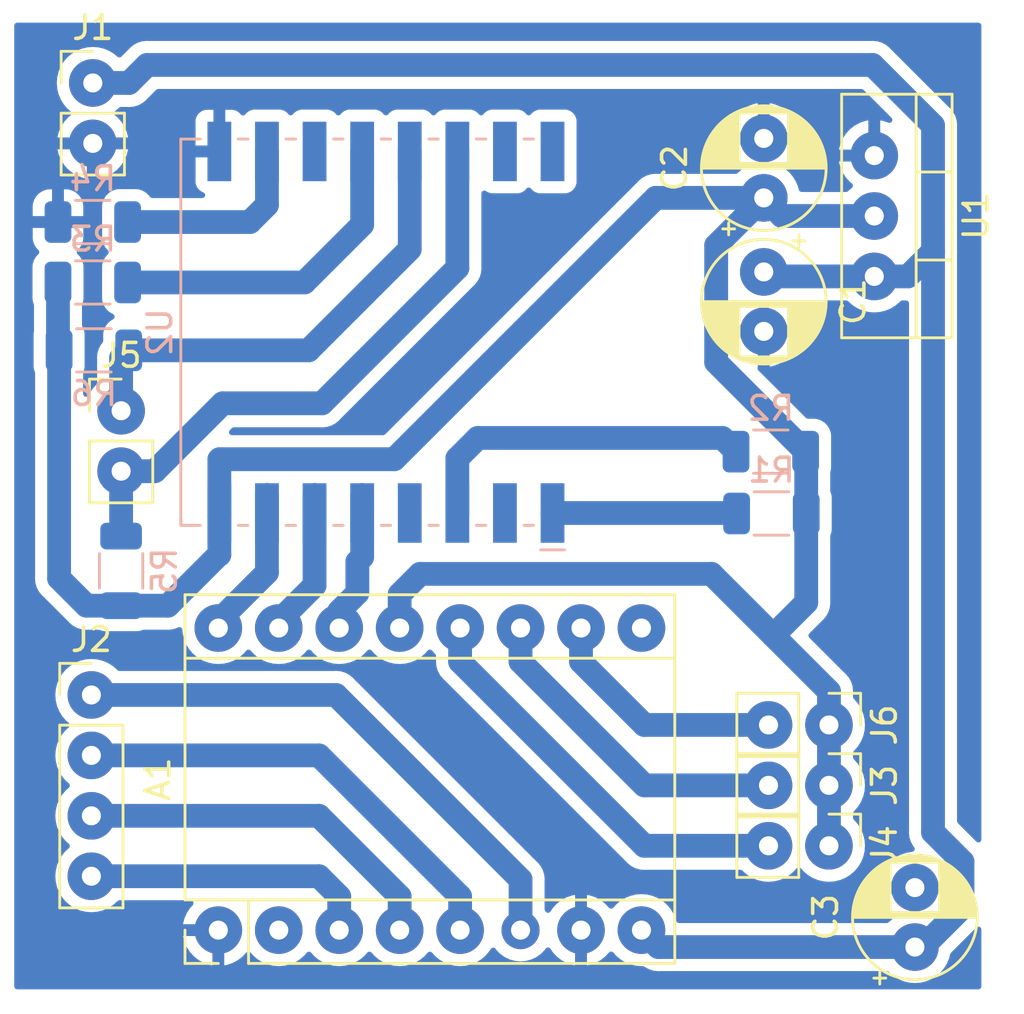
<source format=kicad_pcb>
(kicad_pcb (version 20221018) (generator pcbnew)
  (layers (0 "F.Cu" signal) (31 "B.Cu" signal) (34 "B.Paste" user) (35 "F.Paste" user) (36 "B.SilkS" user "B.Silkscreen") (37 "F.SilkS" user "F.Silkscreen") (38 "B.Mask" user) (39 "F.Mask" user) (44 "Edge.Cuts" user))
  (net 0 "")
  (net 2 "12V")
  (net 7 "/GP0")
  (net 8 "/GP15")
  (net 9 "/RST")
  (net 10 "/EN")
  (net 13 "GND")
  (net 14 "3V")
  (net 15 "A2")
  (net 16 "A1")
  (net 17 "B1")
  (net 18 "B2")
  (net 19 "SLEEP")
  (net 20 "STEP")
  (net 21 "DIR")
  (net 22 "M0")
  (net 23 "M1")
  (net 24 "M2")
  (net 25 "BTN_DOWN")
  (net 26 "BTN_UP")
  (footprint "Connector_PinHeader_2.54mm:PinHeader_1x02_P2.54mm_Vertical" (layer "F.Cu") (at 5.08 16.764)
    (fp_text reference "J5" (at 0 -2.33) (layer "F.SilkS"))
    (fp_text value "CONTROL SW")
    (pad "1" thru_hole oval (at 0 0) (size 2 2) (drill 0.8) (layers "*.Cu" "*.Mask") (net 25 "BTN_DOWN"))
    (pad "2" thru_hole oval (at 0 2.54) (size 2 2) (drill 0.8) (layers "*.Cu" "*.Mask") (net 26 "BTN_UP"))
  )
  (footprint "Connector_PinHeader_2.54mm:PinHeader_1x02_P2.54mm_Vertical" (layer "F.Cu") (at 34.823 35.052 -90)
    (fp_text reference "J4" (at 0 -2.33 90) (layer "F.SilkS"))
    (fp_text value "M2 JMP")
    (pad "1" thru_hole oval (at 0 0 270) (size 2 2) (drill 0.8) (layers "*.Cu" "*.Mask") (net 14 "3V"))
    (pad "2" thru_hole oval (at 0 2.54 270) (size 2 2) (drill 0.8) (layers "*.Cu" "*.Mask") (net 24 "M2"))
  )
  (footprint "Connector_PinHeader_2.54mm:PinHeader_1x04_P2.54mm_Vertical" (layer "F.Cu") (at 3.83 28.712)
    (fp_text reference "J2" (at 0 -2.33) (layer "F.SilkS"))
    (fp_text value "Motor Out")
    (pad "1" thru_hole oval (at 0 0) (size 2 2) (drill 0.8) (layers "*.Cu" "*.Mask") (net 18 "B2"))
    (pad "2" thru_hole oval (at 0 2.54) (size 2 2) (drill 0.8) (layers "*.Cu" "*.Mask") (net 17 "B1"))
    (pad "3" thru_hole oval (at 0 5.08) (size 2 2) (drill 0.8) (layers "*.Cu" "*.Mask") (net 16 "A1"))
    (pad "4" thru_hole oval (at 0 7.62) (size 2 2) (drill 0.8) (layers "*.Cu" "*.Mask") (net 15 "A2"))
  )
  (footprint "Module:Pololu_Breakout-16_15.2x20.3mm" (layer "F.Cu") (at 9.164 38.598 90)
    (fp_text reference "A1" (at 6.35 -2.54 90) (layer "F.SilkS"))
    (fp_text value "Pololu_Breakout_DRV8825")
    (pad "1" thru_hole oval (at 0 0 90) (size 2 2) (drill 0.8) (layers "*.Cu" "*.Mask") (net 13 "GND"))
    (pad "2" thru_hole oval (at 0 2.54 90) (size 2 2) (drill 0.8) (layers "*.Cu" "*.Mask"))
    (pad "3" thru_hole oval (at 0 5.08 90) (size 2 2) (drill 0.8) (layers "*.Cu" "*.Mask") (net 15 "A2"))
    (pad "4" thru_hole oval (at 0 7.62 90) (size 2 2) (drill 0.8) (layers "*.Cu" "*.Mask") (net 16 "A1"))
    (pad "5" thru_hole oval (at 0 10.16 90) (size 2 2) (drill 0.8) (layers "*.Cu" "*.Mask") (net 17 "B1"))
    (pad "6" thru_hole oval (at 0 12.7 90) (size 1.6 1.6) (drill 0.8) (layers "*.Cu" "*.Mask") (net 18 "B2"))
    (pad "7" thru_hole oval (at 0 15.24 90) (size 2 2) (drill 0.8) (layers "*.Cu" "*.Mask") (net 13 "GND"))
    (pad "8" thru_hole oval (at 0 17.78 90) (size 2 2) (drill 0.8) (layers "*.Cu" "*.Mask") (net 2 "12V"))
    (pad "9" thru_hole oval (at 12.7 17.78 90) (size 2 2) (drill 0.8) (layers "*.Cu" "*.Mask"))
    (pad "10" thru_hole oval (at 12.7 15.24 90) (size 2 2) (drill 0.8) (layers "*.Cu" "*.Mask") (net 22 "M0"))
    (pad "11" thru_hole oval (at 12.7 12.7 90) (size 2 2) (drill 0.8) (layers "*.Cu" "*.Mask") (net 23 "M1"))
    (pad "12" thru_hole oval (at 12.7 10.16 90) (size 2 2) (drill 0.8) (layers "*.Cu" "*.Mask") (net 24 "M2"))
    (pad "13" thru_hole oval (at 12.7 7.62 90) (size 2 2) (drill 0.8) (layers "*.Cu" "*.Mask") (net 14 "3V"))
    (pad "14" thru_hole oval (at 12.7 5.08 90) (size 2 2) (drill 0.8) (layers "*.Cu" "*.Mask") (net 19 "SLEEP"))
    (pad "15" thru_hole oval (at 12.7 2.54 90) (size 2 2) (drill 0.8) (layers "*.Cu" "*.Mask") (net 20 "STEP"))
    (pad "16" thru_hole oval (at 12.7 0 90) (size 2 2) (drill 0.8) (layers "*.Cu" "*.Mask") (net 21 "DIR"))
  )
  (footprint "Capacitor_THT:CP_Radial_D5.0mm_P2.50mm" (layer "F.Cu") (at 38.433894 39.310107 90)
    (fp_text reference "C3" (at 1.25 -3.75 90) (layer "F.SilkS"))
    (fp_text value "10uF")
    (pad "1" thru_hole oval (at 0 0 90) (size 2 2) (drill 0.8) (layers "*.Cu" "*.Mask") (net 2 "12V"))
    (pad "2" thru_hole oval (at 2.5 0 90) (size 2 2) (drill 0.8) (layers "*.Cu" "*.Mask") (net 13 "GND"))
  )
  (footprint "Package_TO_SOT_THT:TO-220-3_Vertical" (layer "F.Cu") (at 36.726894 6.036107 -90)
    (fp_text reference "U1" (at 2.54 -4.27 90) (layer "F.SilkS"))
    (fp_text value "LM1117-3.3")
    (pad "1" thru_hole oval (at 0 0 270) (size 2 2) (drill 0.8) (layers "*.Cu" "*.Mask") (net 13 "GND"))
    (pad "2" thru_hole oval (at 2.54 0 270) (size 2 2) (drill 0.8) (layers "*.Cu" "*.Mask") (net 14 "3V"))
    (pad "3" thru_hole oval (at 5.08 0 270) (size 2 2) (drill 0.8) (layers "*.Cu" "*.Mask") (net 2 "12V"))
  )
  (footprint "Connector_PinHeader_2.54mm:PinHeader_1x02_P2.54mm_Vertical" (layer "F.Cu") (at 34.823 32.512 -90)
    (fp_text reference "J3" (at 0 -2.33 90) (layer "F.SilkS"))
    (fp_text value "M1 JMP")
    (pad "1" thru_hole oval (at 0 0 270) (size 2 2) (drill 0.8) (layers "*.Cu" "*.Mask") (net 14 "3V"))
    (pad "2" thru_hole oval (at 0 2.54 270) (size 2 2) (drill 0.8) (layers "*.Cu" "*.Mask") (net 23 "M1"))
  )
  (footprint "Connector_PinHeader_2.54mm:PinHeader_1x02_P2.54mm_Vertical" (layer "F.Cu") (at 34.823 29.972 -90)
    (fp_text reference "J6" (at 0 -2.33 90) (layer "F.SilkS"))
    (fp_text value "M0 JMP")
    (pad "1" thru_hole oval (at 0 0 270) (size 2 2) (drill 0.8) (layers "*.Cu" "*.Mask") (net 14 "3V"))
    (pad "2" thru_hole oval (at 0 2.54 270) (size 2 2) (drill 0.8) (layers "*.Cu" "*.Mask") (net 22 "M0"))
  )
  (footprint "Capacitor_THT:CP_Radial_D5.0mm_P2.50mm" (layer "F.Cu") (at 32.083894 7.814107 90)
    (fp_text reference "C2" (at 1.25 -3.75 90) (layer "F.SilkS"))
    (fp_text value "10uF")
    (pad "1" thru_hole oval (at 0 0 90) (size 2 2) (drill 0.8) (layers "*.Cu" "*.Mask") (net 14 "3V"))
    (pad "2" thru_hole oval (at 2.5 0 90) (size 2 2) (drill 0.8) (layers "*.Cu" "*.Mask") (net 13 "GND"))
  )
  (footprint "Connector_PinHeader_2.54mm:PinHeader_1x02_P2.54mm_Vertical" (layer "F.Cu") (at 3.889894 2.983107)
    (fp_text reference "J1" (at 0 -2.33) (layer "F.SilkS"))
    (fp_text value "POWER IN")
    (pad "1" thru_hole oval (at 0 0) (size 2 2) (drill 0.8) (layers "*.Cu" "*.Mask") (net 2 "12V"))
    (pad "2" thru_hole oval (at 0 2.54) (size 2 2) (drill 0.8) (layers "*.Cu" "*.Mask") (net 13 "GND"))
  )
  (footprint "Capacitor_THT:CP_Radial_D5.0mm_P2.50mm" (layer "F.Cu") (at 32.083894 10.926995 -90)
    (fp_text reference "C1" (at 1.25 -3.75 -90) (layer "F.SilkS"))
    (fp_text value "100nF")
    (pad "1" thru_hole oval (at 0 0 270) (size 2 2) (drill 0.8) (layers "*.Cu" "*.Mask") (net 2 "12V"))
    (pad "2" thru_hole oval (at 2.5 0 270) (size 2 2) (drill 0.8) (layers "*.Cu" "*.Mask") (net 13 "GND"))
  )
  (footprint "RF_Module:ESP-07" (layer "B.Cu") (at 18.308 13.462 90)
    (fp_text reference "U2" (at 0 -11.6 90) (layer "B.SilkS") (effects (justify mirror)))
    (fp_text value "ESP-12E")
    (pad "1" smd rect (at -7.6 4.9 90) (size 2.5 1) (layers "B.Cu" "B.Paste" "B.Mask") (net 9 "/RST"))
    (pad "2" smd rect (at -7.6 2.9 90) (size 2.5 1) (layers "B.Cu" "B.Paste" "B.Mask"))
    (pad "3" smd rect (at -7.6 0.9 90) (size 2.5 1) (layers "B.Cu" "B.Paste" "B.Mask") (net 10 "/EN"))
    (pad "4" smd rect (at -7.6 -1.1 90) (size 2.5 1) (layers "B.Cu" "B.Paste" "B.Mask"))
    (pad "5" smd rect (at -7.6 -3.1 90) (size 2.5 1) (layers "B.Cu" "B.Paste" "B.Mask") (net 19 "SLEEP"))
    (pad "6" smd rect (at -7.6 -5.1 90) (size 2.5 1) (layers "B.Cu" "B.Paste" "B.Mask") (net 20 "STEP"))
    (pad "7" smd rect (at -7.6 -7.1 90) (size 2.5 1) (layers "B.Cu" "B.Paste" "B.Mask") (net 21 "DIR"))
    (pad "8" smd rect (at -7.6 -9.1 90) (size 2.5 1) (layers "B.Cu" "B.Paste" "B.Mask") (net 14 "3V"))
    (pad "9" smd rect (at 7.6 -9.1 90) (size 2.5 1) (layers "B.Cu" "B.Paste" "B.Mask") (net 13 "GND"))
    (pad "10" smd rect (at 7.6 -7.1 90) (size 2.5 1) (layers "B.Cu" "B.Paste" "B.Mask") (net 8 "/GP15"))
    (pad "11" smd rect (at 7.6 -5.1 90) (size 2.5 1) (layers "B.Cu" "B.Paste" "B.Mask"))
    (pad "12" smd rect (at 7.6 -3.1 90) (size 2.5 1) (layers "B.Cu" "B.Paste" "B.Mask") (net 7 "/GP0"))
    (pad "13" smd rect (at 7.6 -1.1 90) (size 2.5 1) (layers "B.Cu" "B.Paste" "B.Mask") (net 25 "BTN_DOWN"))
    (pad "14" smd rect (at 7.6 0.9 90) (size 2.5 1) (layers "B.Cu" "B.Paste" "B.Mask") (net 26 "BTN_UP"))
    (pad "15" smd rect (at 7.6 2.9 90) (size 2.5 1) (layers "B.Cu" "B.Paste" "B.Mask"))
    (pad "16" smd rect (at 7.6 4.9 90) (size 2.5 1) (layers "B.Cu" "B.Paste" "B.Mask"))
  )
  (footprint "Resistor_SMD:R_1206_3216Metric" (layer "B.Cu") (at 32.38 18.482107 180)
    (fp_text reference "R2" (at 0 1.82) (layer "B.SilkS") (effects (justify mirror)))
    (fp_text value "10K")
    (pad "1" smd roundrect (at -1.4625 0 180) (size 1.125 1.75) (layers "B.Cu" "B.Paste" "B.Mask") (roundrect_rratio 0.2222222222) (net 14 "3V"))
    (pad "2" smd roundrect (at 1.4625 0 180) (size 1.125 1.75) (layers "B.Cu" "B.Paste" "B.Mask") (roundrect_rratio 0.2222222222) (net 10 "/EN"))
  )
  (footprint "Resistor_SMD:R_1206_3216Metric" (layer "B.Cu") (at 3.889894 11.370107 180)
    (fp_text reference "R3" (at 0 1.82) (layer "B.SilkS") (effects (justify mirror)))
    (fp_text value "10K")
    (pad "1" smd roundrect (at -1.4625 0 180) (size 1.125 1.75) (layers "B.Cu" "B.Paste" "B.Mask") (roundrect_rratio 0.2222222222) (net 7 "/GP0"))
    (pad "2" smd roundrect (at 1.4625 0 180) (size 1.125 1.75) (layers "B.Cu" "B.Paste" "B.Mask") (roundrect_rratio 0.2222222222) (net 14 "3V"))
  )
  (footprint "Resistor_SMD:R_1206_3216Metric" (layer "B.Cu") (at 3.889894 8.830107 180)
    (fp_text reference "R4" (at 0 1.82) (layer "B.SilkS") (effects (justify mirror)))
    (fp_text value "10K")
    (pad "1" smd roundrect (at -1.4625 0 180) (size 1.125 1.75) (layers "B.Cu" "B.Paste" "B.Mask") (roundrect_rratio 0.2222222222) (net 8 "/GP15"))
    (pad "2" smd roundrect (at 1.4625 0 180) (size 1.125 1.75) (layers "B.Cu" "B.Paste" "B.Mask") (roundrect_rratio 0.2222222222) (net 13 "GND"))
  )
  (footprint "Resistor_SMD:R_1206_3216Metric" (layer "B.Cu") (at 32.405 21.082 180)
    (fp_text reference "R1" (at 0 1.82) (layer "B.SilkS") (effects (justify mirror)))
    (fp_text value "10K")
    (pad "1" smd roundrect (at -1.4625 0 180) (size 1.125 1.75) (layers "B.Cu" "B.Paste" "B.Mask") (roundrect_rratio 0.2222222222) (net 14 "3V"))
    (pad "2" smd roundrect (at 1.4625 0 180) (size 1.125 1.75) (layers "B.Cu" "B.Paste" "B.Mask") (roundrect_rratio 0.2222222222) (net 9 "/RST"))
  )
  (footprint "Resistor_SMD:R_1206_3216Metric" (layer "B.Cu") (at 3.937 14.224)
    (fp_text reference "R6" (at 0 1.82) (layer "B.SilkS") (effects (justify mirror)))
    (fp_text value "10K")
    (pad "1" smd roundrect (at -1.4625 0) (size 1.125 1.75) (layers "B.Cu" "B.Paste" "B.Mask") (roundrect_rratio 0.2222222222) (net 14 "3V"))
    (pad "2" smd roundrect (at 1.4625 0) (size 1.125 1.75) (layers "B.Cu" "B.Paste" "B.Mask") (roundrect_rratio 0.2222222222) (net 25 "BTN_DOWN"))
  )
  (footprint "Resistor_SMD:R_1206_3216Metric" (layer "B.Cu") (at 5.08 23.495 90)
    (fp_text reference "R5" (at 0 1.82 90) (layer "B.SilkS") (effects (justify mirror)))
    (fp_text value "10K")
    (pad "1" smd roundrect (at -1.4625 0 90) (size 1.125 1.75) (layers "B.Cu" "B.Paste" "B.Mask") (roundrect_rratio 0.2222222222) (net 14 "3V"))
    (pad "2" smd roundrect (at 1.4625 0 90) (size 1.125 1.75) (layers "B.Cu" "B.Paste" "B.Mask") (roundrect_rratio 0.2222222222) (net 26 "BTN_UP"))
  )
  (segment (start 6.170894 2.226107) (end 36.655894 2.226107) (width 1) (layer "B.Cu") (net 2))
  (segment (start 40.433894 37.638535) (end 38.762322 39.310107) (width 1) (layer "B.Cu") (net 2))
  (segment (start 39.195894 4.766107) (end 39.195894 10.06132) (width 1) (layer "B.Cu") (net 2))
  (segment (start 5.413894 2.983107) (end 6.170894 2.226107) (width 1) (layer "B.Cu") (net 2))
  (segment (start 39.195894 34.484107) (end 40.433894 35.722107) (width 1) (layer "B.Cu") (net 2))
  (segment (start 36.655894 2.226107) (end 39.195894 4.766107) (width 1) (layer "B.Cu") (net 2))
  (segment (start 36.726894 11.116107) (end 32.273006 11.116107) (width 1) (layer "B.Cu") (net 2))
  (segment (start 38.141107 11.116107) (end 36.726894 11.116107) (width 1) (layer "B.Cu") (net 2))
  (segment (start 39.195894 10.06132) (end 39.195894 34.484107) (width 1) (layer "B.Cu") (net 2))
  (segment (start 3.889894 2.983107) (end 5.413894 2.983107) (width 1) (layer "B.Cu") (net 2))
  (segment (start 39.195894 10.06132) (end 38.141107 11.116107) (width 1) (layer "B.Cu") (net 2))
  (segment (start 40.433894 35.722107) (end 40.433894 37.638535) (width 1) (layer "B.Cu") (net 2))
  (segment (start 38.762322 39.310107) (end 38.433894 39.310107) (width 1) (layer "B.Cu") (net 2))
  (segment (start 26.944 38.598) (end 27.656107 39.310107) (width 1) (layer "B.Cu") (net 2))
  (segment (start 27.656107 39.310107) (end 38.433894 39.310107) (width 1) (layer "B.Cu") (net 2))
  (segment (start 32.273006 11.116107) (end 32.083894 10.926995) (width 1) (layer "B.Cu") (net 2))
  (segment (start 12.779894 11.370107) (end 15.208 8.942001) (width 1) (layer "B.Cu") (net 7))
  (segment (start 5.352394 11.370107) (end 12.779894 11.370107) (width 1) (layer "B.Cu") (net 7))
  (segment (start 15.208 8.942001) (end 15.208 5.862) (width 1) (layer "B.Cu") (net 7))
  (segment (start 11.208 8.112) (end 11.208 5.862) (width 1) (layer "B.Cu") (net 8))
  (segment (start 5.352394 8.830107) (end 10.489893 8.830107) (width 1) (layer "B.Cu") (net 8))
  (segment (start 10.489893 8.830107) (end 11.208 8.112) (width 1) (layer "B.Cu") (net 8))
  (segment (start 30.9225 21.062) (end 30.9425 21.082) (width 1) (layer "B.Cu") (net 9))
  (segment (start 23.208 21.062) (end 30.9225 21.062) (width 1) (layer "B.Cu") (net 9))
  (segment (start 19.208 21.062) (end 19.208 18.765) (width 1) (layer "B.Cu") (net 10))
  (segment (start 19.208 18.765) (end 20.066 17.907) (width 1) (layer "B.Cu") (net 10))
  (segment (start 30.342393 17.907) (end 30.9175 18.482107) (width 1) (layer "B.Cu") (net 10))
  (segment (start 20.066 17.907) (end 30.342393 17.907) (width 1) (layer "B.Cu") (net 10))
  (segment (start 2.427394 14.176894) (end 2.4745 14.224) (width 1) (layer "B.Cu") (net 14))
  (segment (start 33.8675 21.082) (end 33.8675 18.507107) (width 1) (layer "B.Cu") (net 14))
  (segment (start 9.187999 22.816001) (end 7.0465 24.9575) (width 1) (layer "B.Cu") (net 14))
  (segment (start 34.823 28.557787) (end 34.823 29.972) (width 1) (layer "B.Cu") (net 14))
  (segment (start 30.083894 9.814107) (end 32.083894 7.814107) (width 1) (layer "B.Cu") (net 14))
  (segment (start 2.4745 23.8105) (end 3.6215 24.9575) (width 1) (layer "B.Cu") (net 14))
  (segment (start 2.427394 11.370107) (end 2.427394 14.176894) (width 1) (layer "B.Cu") (net 14))
  (segment (start 33.8425 18.482107) (end 30.083894 14.723501) (width 1) (layer "B.Cu") (net 14))
  (segment (start 32.479606 26.214394) (end 34.823 28.557787) (width 1) (layer "B.Cu") (net 14))
  (segment (start 30.083894 14.723501) (end 30.083894 9.814107) (width 1) (layer "B.Cu") (net 14))
  (segment (start 9.22 18.8) (end 16.558001 18.8) (width 1) (layer "B.Cu") (net 14))
  (segment (start 9.208 21.062) (end 9.208 18.812) (width 1) (layer "B.Cu") (net 14))
  (segment (start 33.8675 18.507107) (end 33.8425 18.482107) (width 1) (layer "B.Cu") (net 14))
  (segment (start 3.6215 24.9575) (end 5.08 24.9575) (width 1) (layer "B.Cu") (net 14))
  (segment (start 9.208 22.816001) (end 9.187999 22.816001) (width 1) (layer "B.Cu") (net 14))
  (segment (start 32.845894 8.576107) (end 36.726894 8.576107) (width 1) (layer "B.Cu") (net 14))
  (segment (start 16.784 25.898) (end 16.784 24.483787) (width 1) (layer "B.Cu") (net 14))
  (segment (start 16.558001 18.8) (end 27.543894 7.814107) (width 1) (layer "B.Cu") (net 14))
  (segment (start 32.083894 7.814107) (end 32.845894 8.576107) (width 1) (layer "B.Cu") (net 14))
  (segment (start 33.8675 21.082) (end 33.8675 24.8265) (width 1) (layer "B.Cu") (net 14))
  (segment (start 34.823 32.512) (end 34.823 35.052) (width 1) (layer "B.Cu") (net 14))
  (segment (start 2.4745 14.224) (end 2.4745 23.8105) (width 1) (layer "B.Cu") (net 14))
  (segment (start 33.8675 24.8265) (end 32.479606 26.214394) (width 1) (layer "B.Cu") (net 14))
  (segment (start 7.0465 24.9575) (end 5.08 24.9575) (width 1) (layer "B.Cu") (net 14))
  (segment (start 34.823 29.972) (end 34.823 32.512) (width 1) (layer "B.Cu") (net 14))
  (segment (start 27.543894 7.814107) (end 32.083894 7.814107) (width 1) (layer "B.Cu") (net 14))
  (segment (start 33.8425 21.057) (end 33.8675 21.082) (width 1) (layer "B.Cu") (net 14))
  (segment (start 17.645787 23.622) (end 29.887213 23.622) (width 1) (layer "B.Cu") (net 14))
  (segment (start 16.784 24.483787) (end 17.645787 23.622) (width 1) (layer "B.Cu") (net 14))
  (segment (start 9.208 18.812) (end 9.22 18.8) (width 1) (layer "B.Cu") (net 14))
  (segment (start 29.887213 23.622) (end 32.479606 26.214394) (width 1) (layer "B.Cu") (net 14))
  (segment (start 9.208 21.062) (end 9.208 22.816001) (width 1) (layer "B.Cu") (net 14))
  (segment (start 3.83 36.332) (end 13.392213 36.332) (width 1) (layer "B.Cu") (net 15))
  (segment (start 14.244 37.183787) (end 14.244 38.598) (width 1) (layer "B.Cu") (net 15))
  (segment (start 13.392213 36.332) (end 14.244 37.183787) (width 1) (layer "B.Cu") (net 15))
  (segment (start 13.392213 33.792) (end 16.784 37.183787) (width 1) (layer "B.Cu") (net 16))
  (segment (start 3.83 33.792) (end 13.392213 33.792) (width 1) (layer "B.Cu") (net 16))
  (segment (start 16.784 37.183787) (end 16.784 38.598) (width 1) (layer "B.Cu") (net 16))
  (segment (start 3.83 31.252) (end 13.392213 31.252) (width 1) (layer "B.Cu") (net 17))
  (segment (start 13.392213 31.252) (end 19.324 37.183787) (width 1) (layer "B.Cu") (net 17))
  (segment (start 19.324 37.183787) (end 19.324 38.598) (width 1) (layer "B.Cu") (net 17))
  (segment (start 14.107 28.712) (end 21.864 36.469) (width 1) (layer "B.Cu") (net 18))
  (segment (start 3.83 28.712) (end 14.107 28.712) (width 1) (layer "B.Cu") (net 18))
  (segment (start 21.864 36.469) (end 21.864 38.598) (width 1) (layer "B.Cu") (net 18))
  (segment (start 15.208 20.3) (end 15.208 22.912) (width 1) (layer "B.Cu") (net 19))
  (segment (start 15.006 23.114) (end 15.006 24.428892) (width 1) (layer "B.Cu") (net 19))
  (segment (start 15.208 22.912) (end 15.006 23.114) (width 1) (layer "B.Cu") (net 19))
  (segment (start 14.244 25.190892) (end 14.244 25.898) (width 1) (layer "B.Cu") (net 19))
  (segment (start 15.006 24.428892) (end 14.244 25.190892) (width 1) (layer "B.Cu") (net 19))
  (segment (start 11.704 25.609572) (end 11.704 25.898) (width 1) (layer "B.Cu") (net 20))
  (segment (start 13.208 24.105572) (end 11.704 25.609572) (width 1) (layer "B.Cu") (net 20))
  (segment (start 13.208 20.3) (end 13.208 24.105572) (width 1) (layer "B.Cu") (net 20))
  (segment (start 11.208 23.565572) (end 9.164 25.609572) (width 1) (layer "B.Cu") (net 21))
  (segment (start 11.208 20.3) (end 11.208 23.565572) (width 1) (layer "B.Cu") (net 21))
  (segment (start 9.164 25.609572) (end 9.164 25.898) (width 1) (layer "B.Cu") (net 21))
  (segment (start 27.063787 29.972) (end 32.283 29.972) (width 1) (layer "B.Cu") (net 22))
  (segment (start 24.404 27.312213) (end 27.063787 29.972) (width 1) (layer "B.Cu") (net 22))
  (segment (start 24.404 25.898) (end 24.404 27.312213) (width 1) (layer "B.Cu") (net 22))
  (segment (start 27.063787 32.512) (end 32.283 32.512) (width 1) (layer "B.Cu") (net 23))
  (segment (start 21.864 25.898) (end 21.864 27.312213) (width 1) (layer "B.Cu") (net 23))
  (segment (start 21.864 27.312213) (end 27.063787 32.512) (width 1) (layer "B.Cu") (net 23))
  (segment (start 19.324 27.312213) (end 27.063787 35.052) (width 1) (layer "B.Cu") (net 24))
  (segment (start 19.324 25.898) (end 19.324 27.312213) (width 1) (layer "B.Cu") (net 24))
  (segment (start 27.063787 35.052) (end 32.283 35.052) (width 1) (layer "B.Cu") (net 24))
  (segment (start 17.208 9.97) (end 12.954 14.224) (width 1) (layer "B.Cu") (net 25))
  (segment (start 17.208 5.862) (end 17.208 9.97) (width 1) (layer "B.Cu") (net 25))
  (segment (start 5.08 14.5435) (end 5.3995 14.224) (width 1) (layer "B.Cu") (net 25))
  (segment (start 12.954 14.224) (end 5.3995 14.224) (width 1) (layer "B.Cu") (net 25))
  (segment (start 5.08 16.764) (end 5.08 14.5435) (width 1) (layer "B.Cu") (net 25))
  (segment (start 19.208 10.764) (end 19.208 5.862) (width 1) (layer "B.Cu") (net 26))
  (segment (start 5.08 19.304) (end 6.494213 19.304) (width 1) (layer "B.Cu") (net 26))
  (segment (start 6.494213 19.304) (end 9.348106 16.450107) (width 1) (layer "B.Cu") (net 26))
  (segment (start 5.08 22.0325) (end 5.08 19.304) (width 1) (layer "B.Cu") (net 26))
  (segment (start 9.348106 16.450107) (end 13.521893 16.450107) (width 1) (layer "B.Cu") (net 26))
  (segment (start 13.521893 16.450107) (end 19.208 10.764) (width 1) (layer "B.Cu") (net 26))
  (zone (net 13) (net_name "GND") (layer "B.Cu") (connect_pads (clearance 0.508)) (min_thickness 0.25) (fill yes (thermal_gap 0.5) (thermal_bridge_width 0.5))
    (polygon (pts (xy 0.587894 0.448107) (xy 0.587894 41.088107) (xy 41.227894 41.088107) (xy 41.227894 0.448107)))
  )
)
</source>
